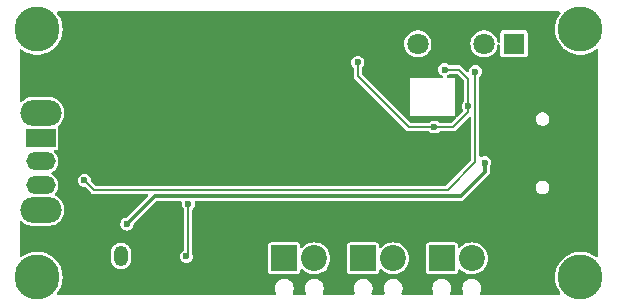
<source format=gbr>
%TF.GenerationSoftware,KiCad,Pcbnew,8.0.9-8.0.9-0~ubuntu22.04.1*%
%TF.CreationDate,2025-07-15T10:59:45-04:00*%
%TF.ProjectId,schematics,73636865-6d61-4746-9963-732e6b696361,rev?*%
%TF.SameCoordinates,Original*%
%TF.FileFunction,Copper,L2,Bot*%
%TF.FilePolarity,Positive*%
%FSLAX46Y46*%
G04 Gerber Fmt 4.6, Leading zero omitted, Abs format (unit mm)*
G04 Created by KiCad (PCBNEW 8.0.9-8.0.9-0~ubuntu22.04.1) date 2025-07-15 10:59:45*
%MOMM*%
%LPD*%
G01*
G04 APERTURE LIST*
G04 Aperture macros list*
%AMRoundRect*
0 Rectangle with rounded corners*
0 $1 Rounding radius*
0 $2 $3 $4 $5 $6 $7 $8 $9 X,Y pos of 4 corners*
0 Add a 4 corners polygon primitive as box body*
4,1,4,$2,$3,$4,$5,$6,$7,$8,$9,$2,$3,0*
0 Add four circle primitives for the rounded corners*
1,1,$1+$1,$2,$3*
1,1,$1+$1,$4,$5*
1,1,$1+$1,$6,$7*
1,1,$1+$1,$8,$9*
0 Add four rect primitives between the rounded corners*
20,1,$1+$1,$2,$3,$4,$5,0*
20,1,$1+$1,$4,$5,$6,$7,0*
20,1,$1+$1,$6,$7,$8,$9,0*
20,1,$1+$1,$8,$9,$2,$3,0*%
G04 Aperture macros list end*
%TA.AperFunction,ComponentPad*%
%ADD10R,2.200000X2.200000*%
%TD*%
%TA.AperFunction,ComponentPad*%
%ADD11C,2.200000*%
%TD*%
%TA.AperFunction,ComponentPad*%
%ADD12C,3.800000*%
%TD*%
%TA.AperFunction,ComponentPad*%
%ADD13R,1.800000X1.800000*%
%TD*%
%TA.AperFunction,ComponentPad*%
%ADD14C,1.800000*%
%TD*%
%TA.AperFunction,ComponentPad*%
%ADD15RoundRect,0.250000X-0.350000X-0.625000X0.350000X-0.625000X0.350000X0.625000X-0.350000X0.625000X0*%
%TD*%
%TA.AperFunction,ComponentPad*%
%ADD16O,1.200000X1.750000*%
%TD*%
%TA.AperFunction,ComponentPad*%
%ADD17O,3.500000X2.200000*%
%TD*%
%TA.AperFunction,ComponentPad*%
%ADD18R,2.500000X1.500000*%
%TD*%
%TA.AperFunction,ComponentPad*%
%ADD19O,2.500000X1.500000*%
%TD*%
%TA.AperFunction,HeatsinkPad*%
%ADD20C,0.600000*%
%TD*%
%TA.AperFunction,ViaPad*%
%ADD21C,0.600000*%
%TD*%
%TA.AperFunction,Conductor*%
%ADD22C,0.200000*%
%TD*%
%TA.AperFunction,Conductor*%
%ADD23C,0.300000*%
%TD*%
G04 APERTURE END LIST*
D10*
%TO.P,J3,1,Pin_1*%
%TO.N,Net-(J3-Pin_1)*%
X154320000Y-96000000D03*
D11*
%TO.P,J3,2,Pin_2*%
%TO.N,+3V3*%
X156860000Y-96000000D03*
%TD*%
D12*
%TO.P,REF\u002A\u002A,1*%
%TO.N,N/C*%
X133400000Y-97599998D03*
%TD*%
%TO.P,REF\u002A\u002A,1*%
%TO.N,N/C*%
X133399999Y-76599997D03*
%TD*%
D10*
%TO.P,J5,1,Pin_1*%
%TO.N,Net-(J5-Pin_1)*%
X167660000Y-96000000D03*
D11*
%TO.P,J5,2,Pin_2*%
%TO.N,+3V3*%
X170200000Y-96000000D03*
%TD*%
D10*
%TO.P,J4,1,Pin_1*%
%TO.N,Net-(J4-Pin_1)*%
X161000000Y-96000000D03*
D11*
%TO.P,J4,2,Pin_2*%
%TO.N,+3V3*%
X163540000Y-96000000D03*
%TD*%
D13*
%TO.P,D1,1,K*%
%TO.N,Net-(D1-K)*%
X173770000Y-77835000D03*
D14*
%TO.P,D1,2,A*%
%TO.N,+5V*%
X171230000Y-77835000D03*
%TD*%
D12*
%TO.P,REF\u002A\u002A,1*%
%TO.N,N/C*%
X179400000Y-97599998D03*
%TD*%
%TO.P,REF\u002A\u002A,1*%
%TO.N,N/C*%
X179400000Y-76599998D03*
%TD*%
D15*
%TO.P,J2,1,Pin_1*%
%TO.N,GND*%
X138500000Y-95800000D03*
D16*
%TO.P,J2,2,Pin_2*%
%TO.N,Net-(J2-Pin_2)*%
X140500000Y-95800000D03*
%TD*%
D17*
%TO.P,SW1,*%
%TO.N,*%
X133700000Y-83700000D03*
X133700000Y-91900000D03*
D18*
%TO.P,SW1,1,A*%
%TO.N,Net-(SW1-A)*%
X133700000Y-85800000D03*
D19*
%TO.P,SW1,2,B*%
%TO.N,Net-(J2-Pin_2)*%
X133700000Y-87800000D03*
%TO.P,SW1,3,C*%
%TO.N,unconnected-(SW1-C-Pad3)*%
X133700000Y-89800000D03*
%TD*%
D13*
%TO.P,D2,1,K*%
%TO.N,GND*%
X168170000Y-77835000D03*
D14*
%TO.P,D2,2,A*%
%TO.N,Net-(D2-A)*%
X165630000Y-77835000D03*
%TD*%
D20*
%TO.P,U1,19,GND*%
%TO.N,GND*%
X149910000Y-81350000D03*
X149910000Y-82450000D03*
X150460000Y-80800000D03*
X150460000Y-81900000D03*
X150460000Y-83000000D03*
X151010000Y-81350000D03*
X151010000Y-82450000D03*
X151560000Y-80800000D03*
X151560000Y-81900000D03*
X151560000Y-83000000D03*
X152110000Y-81350000D03*
X152110000Y-82450000D03*
%TD*%
D21*
%TO.N,GND*%
X144950000Y-87900000D03*
X138500000Y-78100000D03*
X167500000Y-87850000D03*
X136500000Y-76000000D03*
X144950000Y-80700000D03*
%TO.N,+3V3*%
X167025000Y-84875000D03*
X146022452Y-95840761D03*
X160550000Y-79400000D03*
X167900000Y-80012648D03*
X169900000Y-83100000D03*
X146200000Y-91400000D03*
%TO.N,+5V*%
X171300000Y-87900000D03*
X141000000Y-93100000D03*
%TO.N,Net-(U4-~{CHRG})*%
X137400000Y-89400000D03*
X170500000Y-80200000D03*
%TD*%
D22*
%TO.N,+3V3*%
X167025000Y-84875000D02*
X164850000Y-84875000D01*
X164850000Y-84875000D02*
X160550000Y-80575000D01*
X168625000Y-84875000D02*
X169900000Y-83600000D01*
X167025000Y-84875000D02*
X168625000Y-84875000D01*
X160550000Y-80575000D02*
X160550000Y-79400000D01*
X146022452Y-95840761D02*
X146200000Y-95663213D01*
X169900000Y-83100000D02*
X169900000Y-80800000D01*
X169900000Y-83600000D02*
X169900000Y-83100000D01*
X146200000Y-95663213D02*
X146200000Y-91400000D01*
X169900000Y-80800000D02*
X169112648Y-80012648D01*
X169112648Y-80012648D02*
X167900000Y-80012648D01*
D23*
%TO.N,+5V*%
X143350000Y-90750000D02*
X169250000Y-90750000D01*
X169250000Y-90750000D02*
X171300000Y-88700000D01*
X171300000Y-88700000D02*
X171300000Y-87900000D01*
X141000000Y-93100000D02*
X143350000Y-90750000D01*
D22*
%TO.N,Net-(U4-~{CHRG})*%
X138200000Y-90200000D02*
X137400000Y-89400000D01*
X170500000Y-80200000D02*
X170500000Y-87851471D01*
X170500000Y-87851471D02*
X168151471Y-90200000D01*
X168151471Y-90200000D02*
X138200000Y-90200000D01*
%TD*%
%TA.AperFunction,Conductor*%
%TO.N,GND*%
G36*
X177663936Y-75105971D02*
G01*
X177709691Y-75158775D01*
X177719635Y-75227933D01*
X177698201Y-75281794D01*
X177558282Y-75480014D01*
X177558278Y-75480020D01*
X177422927Y-75741235D01*
X177324409Y-76018438D01*
X177324404Y-76018454D01*
X177264552Y-76306484D01*
X177264551Y-76306486D01*
X177244475Y-76599998D01*
X177264551Y-76893509D01*
X177264552Y-76893511D01*
X177324404Y-77181541D01*
X177324409Y-77181557D01*
X177422927Y-77458760D01*
X177558278Y-77719975D01*
X177558282Y-77719981D01*
X177727932Y-77960321D01*
X177928743Y-78175336D01*
X178023454Y-78252389D01*
X178156951Y-78360997D01*
X178156953Y-78360998D01*
X178156954Y-78360999D01*
X178408319Y-78513858D01*
X178408324Y-78513860D01*
X178637506Y-78613407D01*
X178678159Y-78631065D01*
X178961445Y-78710438D01*
X179217681Y-78745657D01*
X179252901Y-78750498D01*
X179252902Y-78750498D01*
X179547099Y-78750498D01*
X179578520Y-78746178D01*
X179838555Y-78710438D01*
X180121841Y-78631065D01*
X180391682Y-78513857D01*
X180643049Y-78360997D01*
X180711459Y-78305340D01*
X180775885Y-78278303D01*
X180844702Y-78290388D01*
X180896060Y-78337760D01*
X180913714Y-78401529D01*
X180913714Y-95798466D01*
X180894029Y-95865505D01*
X180841225Y-95911260D01*
X180772067Y-95921204D01*
X180711460Y-95894655D01*
X180675629Y-95865505D01*
X180643049Y-95838999D01*
X180630671Y-95831472D01*
X180391680Y-95686137D01*
X180391675Y-95686135D01*
X180121845Y-95568932D01*
X179838560Y-95489559D01*
X179838556Y-95489558D01*
X179838555Y-95489558D01*
X179692826Y-95469528D01*
X179547099Y-95449498D01*
X179547098Y-95449498D01*
X179252902Y-95449498D01*
X179252901Y-95449498D01*
X178961445Y-95489558D01*
X178961439Y-95489559D01*
X178678154Y-95568932D01*
X178408324Y-95686135D01*
X178408319Y-95686137D01*
X178156954Y-95838996D01*
X177928743Y-96024659D01*
X177727932Y-96239674D01*
X177558282Y-96480014D01*
X177558278Y-96480020D01*
X177422927Y-96741235D01*
X177324409Y-97018438D01*
X177324404Y-97018454D01*
X177264552Y-97306484D01*
X177264551Y-97306486D01*
X177244475Y-97599998D01*
X177264551Y-97893509D01*
X177264552Y-97893511D01*
X177324404Y-98181541D01*
X177324409Y-98181557D01*
X177422927Y-98458760D01*
X177558277Y-98719973D01*
X177678138Y-98889778D01*
X177700716Y-98955899D01*
X177683962Y-99023730D01*
X177633196Y-99071736D01*
X177576833Y-99085286D01*
X171026170Y-99085286D01*
X170959131Y-99065601D01*
X170913376Y-99012797D01*
X170903432Y-98943639D01*
X170911609Y-98913834D01*
X170969735Y-98773501D01*
X170969737Y-98773497D01*
X171000500Y-98618842D01*
X171000500Y-98461158D01*
X171000500Y-98461155D01*
X171000499Y-98461153D01*
X170969738Y-98306510D01*
X170969737Y-98306503D01*
X170969735Y-98306498D01*
X170909397Y-98160827D01*
X170909390Y-98160814D01*
X170821789Y-98029711D01*
X170821786Y-98029707D01*
X170710292Y-97918213D01*
X170710288Y-97918210D01*
X170579185Y-97830609D01*
X170579172Y-97830602D01*
X170433501Y-97770264D01*
X170433489Y-97770261D01*
X170278845Y-97739500D01*
X170278842Y-97739500D01*
X170121158Y-97739500D01*
X170121155Y-97739500D01*
X169966510Y-97770261D01*
X169966498Y-97770264D01*
X169820827Y-97830602D01*
X169820814Y-97830609D01*
X169689711Y-97918210D01*
X169689707Y-97918213D01*
X169578213Y-98029707D01*
X169578210Y-98029711D01*
X169490609Y-98160814D01*
X169490602Y-98160827D01*
X169430264Y-98306498D01*
X169430261Y-98306510D01*
X169399500Y-98461153D01*
X169399500Y-98618846D01*
X169430261Y-98773489D01*
X169430264Y-98773501D01*
X169488391Y-98913834D01*
X169495860Y-98983304D01*
X169464584Y-99045782D01*
X169404495Y-99081434D01*
X169373830Y-99085286D01*
X168486170Y-99085286D01*
X168419131Y-99065601D01*
X168373376Y-99012797D01*
X168363432Y-98943639D01*
X168371609Y-98913834D01*
X168429735Y-98773501D01*
X168429737Y-98773497D01*
X168460500Y-98618842D01*
X168460500Y-98461158D01*
X168460500Y-98461155D01*
X168460499Y-98461153D01*
X168429738Y-98306510D01*
X168429737Y-98306503D01*
X168429735Y-98306498D01*
X168369397Y-98160827D01*
X168369390Y-98160814D01*
X168281789Y-98029711D01*
X168281786Y-98029707D01*
X168170292Y-97918213D01*
X168170288Y-97918210D01*
X168039185Y-97830609D01*
X168039172Y-97830602D01*
X167893501Y-97770264D01*
X167893489Y-97770261D01*
X167738845Y-97739500D01*
X167738842Y-97739500D01*
X167581158Y-97739500D01*
X167581155Y-97739500D01*
X167426510Y-97770261D01*
X167426498Y-97770264D01*
X167280827Y-97830602D01*
X167280814Y-97830609D01*
X167149711Y-97918210D01*
X167149707Y-97918213D01*
X167038213Y-98029707D01*
X167038210Y-98029711D01*
X166950609Y-98160814D01*
X166950602Y-98160827D01*
X166890264Y-98306498D01*
X166890261Y-98306510D01*
X166859500Y-98461153D01*
X166859500Y-98618846D01*
X166890261Y-98773489D01*
X166890264Y-98773501D01*
X166948391Y-98913834D01*
X166955860Y-98983304D01*
X166924584Y-99045782D01*
X166864495Y-99081434D01*
X166833830Y-99085286D01*
X164366170Y-99085286D01*
X164299131Y-99065601D01*
X164253376Y-99012797D01*
X164243432Y-98943639D01*
X164251609Y-98913834D01*
X164309735Y-98773501D01*
X164309737Y-98773497D01*
X164340500Y-98618842D01*
X164340500Y-98461158D01*
X164340500Y-98461155D01*
X164340499Y-98461153D01*
X164309738Y-98306510D01*
X164309737Y-98306503D01*
X164309735Y-98306498D01*
X164249397Y-98160827D01*
X164249390Y-98160814D01*
X164161789Y-98029711D01*
X164161786Y-98029707D01*
X164050292Y-97918213D01*
X164050288Y-97918210D01*
X163919185Y-97830609D01*
X163919172Y-97830602D01*
X163773501Y-97770264D01*
X163773489Y-97770261D01*
X163618845Y-97739500D01*
X163618842Y-97739500D01*
X163461158Y-97739500D01*
X163461155Y-97739500D01*
X163306510Y-97770261D01*
X163306498Y-97770264D01*
X163160827Y-97830602D01*
X163160814Y-97830609D01*
X163029711Y-97918210D01*
X163029707Y-97918213D01*
X162918213Y-98029707D01*
X162918210Y-98029711D01*
X162830609Y-98160814D01*
X162830602Y-98160827D01*
X162770264Y-98306498D01*
X162770261Y-98306510D01*
X162739500Y-98461153D01*
X162739500Y-98618846D01*
X162770261Y-98773489D01*
X162770264Y-98773501D01*
X162828391Y-98913834D01*
X162835860Y-98983304D01*
X162804584Y-99045782D01*
X162744495Y-99081434D01*
X162713830Y-99085286D01*
X161826170Y-99085286D01*
X161759131Y-99065601D01*
X161713376Y-99012797D01*
X161703432Y-98943639D01*
X161711609Y-98913834D01*
X161769735Y-98773501D01*
X161769737Y-98773497D01*
X161800500Y-98618842D01*
X161800500Y-98461158D01*
X161800500Y-98461155D01*
X161800499Y-98461153D01*
X161769738Y-98306510D01*
X161769737Y-98306503D01*
X161769735Y-98306498D01*
X161709397Y-98160827D01*
X161709390Y-98160814D01*
X161621789Y-98029711D01*
X161621786Y-98029707D01*
X161510292Y-97918213D01*
X161510288Y-97918210D01*
X161379185Y-97830609D01*
X161379172Y-97830602D01*
X161233501Y-97770264D01*
X161233489Y-97770261D01*
X161078845Y-97739500D01*
X161078842Y-97739500D01*
X160921158Y-97739500D01*
X160921155Y-97739500D01*
X160766510Y-97770261D01*
X160766498Y-97770264D01*
X160620827Y-97830602D01*
X160620814Y-97830609D01*
X160489711Y-97918210D01*
X160489707Y-97918213D01*
X160378213Y-98029707D01*
X160378210Y-98029711D01*
X160290609Y-98160814D01*
X160290602Y-98160827D01*
X160230264Y-98306498D01*
X160230261Y-98306510D01*
X160199500Y-98461153D01*
X160199500Y-98618846D01*
X160230261Y-98773489D01*
X160230264Y-98773501D01*
X160288391Y-98913834D01*
X160295860Y-98983304D01*
X160264584Y-99045782D01*
X160204495Y-99081434D01*
X160173830Y-99085286D01*
X157686170Y-99085286D01*
X157619131Y-99065601D01*
X157573376Y-99012797D01*
X157563432Y-98943639D01*
X157571609Y-98913834D01*
X157629735Y-98773501D01*
X157629737Y-98773497D01*
X157660500Y-98618842D01*
X157660500Y-98461158D01*
X157660500Y-98461155D01*
X157660499Y-98461153D01*
X157629738Y-98306510D01*
X157629737Y-98306503D01*
X157629735Y-98306498D01*
X157569397Y-98160827D01*
X157569390Y-98160814D01*
X157481789Y-98029711D01*
X157481786Y-98029707D01*
X157370292Y-97918213D01*
X157370288Y-97918210D01*
X157239185Y-97830609D01*
X157239172Y-97830602D01*
X157093501Y-97770264D01*
X157093489Y-97770261D01*
X156938845Y-97739500D01*
X156938842Y-97739500D01*
X156781158Y-97739500D01*
X156781155Y-97739500D01*
X156626510Y-97770261D01*
X156626498Y-97770264D01*
X156480827Y-97830602D01*
X156480814Y-97830609D01*
X156349711Y-97918210D01*
X156349707Y-97918213D01*
X156238213Y-98029707D01*
X156238210Y-98029711D01*
X156150609Y-98160814D01*
X156150602Y-98160827D01*
X156090264Y-98306498D01*
X156090261Y-98306510D01*
X156059500Y-98461153D01*
X156059500Y-98618846D01*
X156090261Y-98773489D01*
X156090264Y-98773501D01*
X156148391Y-98913834D01*
X156155860Y-98983304D01*
X156124584Y-99045782D01*
X156064495Y-99081434D01*
X156033830Y-99085286D01*
X155146170Y-99085286D01*
X155079131Y-99065601D01*
X155033376Y-99012797D01*
X155023432Y-98943639D01*
X155031609Y-98913834D01*
X155089735Y-98773501D01*
X155089737Y-98773497D01*
X155120500Y-98618842D01*
X155120500Y-98461158D01*
X155120500Y-98461155D01*
X155120499Y-98461153D01*
X155089738Y-98306510D01*
X155089737Y-98306503D01*
X155089735Y-98306498D01*
X155029397Y-98160827D01*
X155029390Y-98160814D01*
X154941789Y-98029711D01*
X154941786Y-98029707D01*
X154830292Y-97918213D01*
X154830288Y-97918210D01*
X154699185Y-97830609D01*
X154699172Y-97830602D01*
X154553501Y-97770264D01*
X154553489Y-97770261D01*
X154398845Y-97739500D01*
X154398842Y-97739500D01*
X154241158Y-97739500D01*
X154241155Y-97739500D01*
X154086510Y-97770261D01*
X154086498Y-97770264D01*
X153940827Y-97830602D01*
X153940814Y-97830609D01*
X153809711Y-97918210D01*
X153809707Y-97918213D01*
X153698213Y-98029707D01*
X153698210Y-98029711D01*
X153610609Y-98160814D01*
X153610602Y-98160827D01*
X153550264Y-98306498D01*
X153550261Y-98306510D01*
X153519500Y-98461153D01*
X153519500Y-98618846D01*
X153550261Y-98773489D01*
X153550264Y-98773501D01*
X153608391Y-98913834D01*
X153615860Y-98983304D01*
X153584584Y-99045782D01*
X153524495Y-99081434D01*
X153493830Y-99085286D01*
X135223167Y-99085286D01*
X135156128Y-99065601D01*
X135110373Y-99012797D01*
X135100429Y-98943639D01*
X135121862Y-98889778D01*
X135162252Y-98832557D01*
X135241722Y-98719974D01*
X135377072Y-98458762D01*
X135475592Y-98181552D01*
X135475592Y-98181547D01*
X135475595Y-98181541D01*
X135530314Y-97918213D01*
X135535448Y-97893509D01*
X135555525Y-97599998D01*
X135535448Y-97306487D01*
X135497668Y-97124678D01*
X135475595Y-97018454D01*
X135475590Y-97018438D01*
X135430944Y-96892815D01*
X135377072Y-96741234D01*
X135241722Y-96480022D01*
X135241721Y-96480020D01*
X135241717Y-96480014D01*
X135072067Y-96239674D01*
X135005130Y-96168002D01*
X134871260Y-96024663D01*
X134871258Y-96024662D01*
X134871256Y-96024659D01*
X134675629Y-95865505D01*
X134643049Y-95838999D01*
X134643047Y-95838998D01*
X134643045Y-95838996D01*
X134391680Y-95686137D01*
X134391675Y-95686135D01*
X134121845Y-95568932D01*
X133838560Y-95489559D01*
X133838556Y-95489558D01*
X133838555Y-95489558D01*
X133692826Y-95469528D01*
X133547099Y-95449498D01*
X133547098Y-95449498D01*
X133252902Y-95449498D01*
X133252901Y-95449498D01*
X132961445Y-95489558D01*
X132961439Y-95489559D01*
X132678154Y-95568932D01*
X132408324Y-95686135D01*
X132408319Y-95686137D01*
X132156954Y-95838996D01*
X132116969Y-95871527D01*
X132052543Y-95898565D01*
X131983726Y-95886480D01*
X131932368Y-95839108D01*
X131914714Y-95775339D01*
X131914714Y-95441228D01*
X139649500Y-95441228D01*
X139649500Y-96158771D01*
X139682182Y-96323074D01*
X139682184Y-96323082D01*
X139746295Y-96477860D01*
X139839373Y-96617162D01*
X139957837Y-96735626D01*
X139966232Y-96741235D01*
X140097137Y-96828703D01*
X140251918Y-96892816D01*
X140416228Y-96925499D01*
X140416232Y-96925500D01*
X140416233Y-96925500D01*
X140583768Y-96925500D01*
X140583769Y-96925499D01*
X140748082Y-96892816D01*
X140902863Y-96828703D01*
X141042162Y-96735626D01*
X141160626Y-96617162D01*
X141253703Y-96477863D01*
X141317816Y-96323082D01*
X141350500Y-96158767D01*
X141350500Y-95441233D01*
X141317816Y-95276918D01*
X141253703Y-95122137D01*
X141208543Y-95054551D01*
X141160626Y-94982837D01*
X141042162Y-94864373D01*
X140902860Y-94771295D01*
X140748082Y-94707184D01*
X140748074Y-94707182D01*
X140583771Y-94674500D01*
X140583767Y-94674500D01*
X140416233Y-94674500D01*
X140416228Y-94674500D01*
X140251925Y-94707182D01*
X140251917Y-94707184D01*
X140097139Y-94771295D01*
X139957837Y-94864373D01*
X139839373Y-94982837D01*
X139746295Y-95122139D01*
X139682184Y-95276917D01*
X139682182Y-95276925D01*
X139649500Y-95441228D01*
X131914714Y-95441228D01*
X131914714Y-92973972D01*
X131934399Y-92906933D01*
X131987203Y-92861178D01*
X132056361Y-92851234D01*
X132119917Y-92880259D01*
X132126395Y-92886291D01*
X132170213Y-92930109D01*
X132342179Y-93055048D01*
X132342181Y-93055049D01*
X132342184Y-93055051D01*
X132531588Y-93151557D01*
X132733757Y-93217246D01*
X132943713Y-93250500D01*
X132943714Y-93250500D01*
X134456286Y-93250500D01*
X134456287Y-93250500D01*
X134666243Y-93217246D01*
X134868412Y-93151557D01*
X135057816Y-93055051D01*
X135079789Y-93039086D01*
X135229786Y-92930109D01*
X135229788Y-92930106D01*
X135229792Y-92930104D01*
X135380104Y-92779792D01*
X135380106Y-92779788D01*
X135380109Y-92779786D01*
X135505048Y-92607820D01*
X135505047Y-92607820D01*
X135505051Y-92607816D01*
X135601557Y-92418412D01*
X135667246Y-92216243D01*
X135700500Y-92006287D01*
X135700500Y-91793713D01*
X135667246Y-91583757D01*
X135601557Y-91381588D01*
X135505051Y-91192184D01*
X135505049Y-91192181D01*
X135505048Y-91192179D01*
X135380109Y-91020213D01*
X135229786Y-90869890D01*
X135057819Y-90744951D01*
X135057818Y-90744950D01*
X135057816Y-90744949D01*
X134987331Y-90709035D01*
X134952954Y-90691519D01*
X134902158Y-90643544D01*
X134885363Y-90575723D01*
X134907901Y-90509588D01*
X134921562Y-90493358D01*
X134977139Y-90437782D01*
X135086632Y-90273914D01*
X135162051Y-90091835D01*
X135181997Y-89991560D01*
X135200500Y-89898543D01*
X135200500Y-89701456D01*
X135162052Y-89508170D01*
X135162051Y-89508169D01*
X135162051Y-89508165D01*
X135117248Y-89400000D01*
X136844750Y-89400000D01*
X136858990Y-89508165D01*
X136863670Y-89543708D01*
X136863671Y-89543712D01*
X136919137Y-89677622D01*
X136919138Y-89677624D01*
X136919139Y-89677625D01*
X137007379Y-89792621D01*
X137122375Y-89880861D01*
X137256291Y-89936330D01*
X137400000Y-89955250D01*
X137408129Y-89955250D01*
X137408129Y-89958828D01*
X137460970Y-89967031D01*
X137495878Y-89991560D01*
X137984788Y-90480470D01*
X138064135Y-90526281D01*
X138064712Y-90526614D01*
X138153856Y-90550500D01*
X142683745Y-90550500D01*
X142750784Y-90570185D01*
X142796539Y-90622989D01*
X142806483Y-90692147D01*
X142777458Y-90755703D01*
X142771426Y-90762181D01*
X141016930Y-92516675D01*
X140955607Y-92550160D01*
X140945436Y-92551933D01*
X140856289Y-92563670D01*
X140722377Y-92619137D01*
X140607379Y-92707379D01*
X140519137Y-92822377D01*
X140463671Y-92956287D01*
X140463670Y-92956291D01*
X140445979Y-93090668D01*
X140444750Y-93100000D01*
X140451537Y-93151555D01*
X140463670Y-93243708D01*
X140463671Y-93243712D01*
X140519137Y-93377622D01*
X140519138Y-93377624D01*
X140519139Y-93377625D01*
X140607379Y-93492621D01*
X140722375Y-93580861D01*
X140856291Y-93636330D01*
X140983280Y-93653048D01*
X140999999Y-93655250D01*
X141000000Y-93655250D01*
X141000001Y-93655250D01*
X141014977Y-93653278D01*
X141143709Y-93636330D01*
X141277625Y-93580861D01*
X141392621Y-93492621D01*
X141480861Y-93377625D01*
X141536330Y-93243709D01*
X141548066Y-93154562D01*
X141576331Y-93090668D01*
X141583311Y-93083080D01*
X143479574Y-91186819D01*
X143540897Y-91153334D01*
X143567255Y-91150500D01*
X145536203Y-91150500D01*
X145603242Y-91170185D01*
X145648997Y-91222989D01*
X145659142Y-91290686D01*
X145644750Y-91399999D01*
X145644750Y-91400000D01*
X145663670Y-91543708D01*
X145663671Y-91543712D01*
X145719138Y-91677623D01*
X145719139Y-91677625D01*
X145807380Y-91792623D01*
X145813126Y-91798369D01*
X145810574Y-91800920D01*
X145842091Y-91843873D01*
X145849500Y-91886092D01*
X145849500Y-95233688D01*
X145829815Y-95300727D01*
X145777011Y-95346482D01*
X145772954Y-95348248D01*
X145744833Y-95359896D01*
X145744830Y-95359897D01*
X145629831Y-95448140D01*
X145541589Y-95563138D01*
X145486123Y-95697048D01*
X145486122Y-95697052D01*
X145467420Y-95839108D01*
X145467202Y-95840761D01*
X145471252Y-95871527D01*
X145486122Y-95984469D01*
X145486123Y-95984473D01*
X145541589Y-96118383D01*
X145541590Y-96118385D01*
X145541591Y-96118386D01*
X145629831Y-96233382D01*
X145744827Y-96321622D01*
X145744828Y-96321622D01*
X145744829Y-96321623D01*
X145789465Y-96340111D01*
X145878743Y-96377091D01*
X146005732Y-96393809D01*
X146022451Y-96396011D01*
X146022452Y-96396011D01*
X146022453Y-96396011D01*
X146037429Y-96394039D01*
X146166161Y-96377091D01*
X146300077Y-96321622D01*
X146415073Y-96233382D01*
X146503313Y-96118386D01*
X146558782Y-95984470D01*
X146577702Y-95840761D01*
X146558782Y-95697052D01*
X146558780Y-95697048D01*
X146556679Y-95689204D01*
X146557762Y-95688913D01*
X146550500Y-95652393D01*
X146550500Y-94875321D01*
X152969500Y-94875321D01*
X152969500Y-97124678D01*
X152984032Y-97197735D01*
X152984033Y-97197739D01*
X152984034Y-97197740D01*
X153039399Y-97280601D01*
X153120906Y-97335061D01*
X153122260Y-97335966D01*
X153122264Y-97335967D01*
X153195321Y-97350499D01*
X153195324Y-97350500D01*
X153195326Y-97350500D01*
X155444676Y-97350500D01*
X155444677Y-97350499D01*
X155517740Y-97335966D01*
X155600601Y-97280601D01*
X155655966Y-97197740D01*
X155670500Y-97124674D01*
X155670500Y-97019758D01*
X155690185Y-96952719D01*
X155742989Y-96906964D01*
X155812147Y-96897020D01*
X155875703Y-96926045D01*
X155882181Y-96932077D01*
X155988599Y-97038495D01*
X156085384Y-97106265D01*
X156182165Y-97174032D01*
X156182167Y-97174033D01*
X156182170Y-97174035D01*
X156396337Y-97273903D01*
X156396343Y-97273904D01*
X156396344Y-97273905D01*
X156451285Y-97288626D01*
X156624592Y-97335063D01*
X156801034Y-97350500D01*
X156859999Y-97355659D01*
X156860000Y-97355659D01*
X156860001Y-97355659D01*
X156918966Y-97350500D01*
X157095408Y-97335063D01*
X157323663Y-97273903D01*
X157537830Y-97174035D01*
X157731401Y-97038495D01*
X157898495Y-96871401D01*
X158034035Y-96677830D01*
X158133903Y-96463663D01*
X158195063Y-96235408D01*
X158215659Y-96000000D01*
X158195063Y-95764592D01*
X158133903Y-95536337D01*
X158034035Y-95322171D01*
X158030095Y-95316543D01*
X157898494Y-95128597D01*
X157731402Y-94961506D01*
X157731395Y-94961501D01*
X157608318Y-94875321D01*
X159649500Y-94875321D01*
X159649500Y-97124678D01*
X159664032Y-97197735D01*
X159664033Y-97197739D01*
X159664034Y-97197740D01*
X159719399Y-97280601D01*
X159800906Y-97335061D01*
X159802260Y-97335966D01*
X159802264Y-97335967D01*
X159875321Y-97350499D01*
X159875324Y-97350500D01*
X159875326Y-97350500D01*
X162124676Y-97350500D01*
X162124677Y-97350499D01*
X162197740Y-97335966D01*
X162280601Y-97280601D01*
X162335966Y-97197740D01*
X162350500Y-97124674D01*
X162350500Y-97019758D01*
X162370185Y-96952719D01*
X162422989Y-96906964D01*
X162492147Y-96897020D01*
X162555703Y-96926045D01*
X162562181Y-96932077D01*
X162668599Y-97038495D01*
X162765384Y-97106265D01*
X162862165Y-97174032D01*
X162862167Y-97174033D01*
X162862170Y-97174035D01*
X163076337Y-97273903D01*
X163076343Y-97273904D01*
X163076344Y-97273905D01*
X163131285Y-97288626D01*
X163304592Y-97335063D01*
X163481034Y-97350500D01*
X163539999Y-97355659D01*
X163540000Y-97355659D01*
X163540001Y-97355659D01*
X163598966Y-97350500D01*
X163775408Y-97335063D01*
X164003663Y-97273903D01*
X164217830Y-97174035D01*
X164411401Y-97038495D01*
X164578495Y-96871401D01*
X164714035Y-96677830D01*
X164813903Y-96463663D01*
X164875063Y-96235408D01*
X164895659Y-96000000D01*
X164875063Y-95764592D01*
X164813903Y-95536337D01*
X164714035Y-95322171D01*
X164710095Y-95316543D01*
X164578494Y-95128597D01*
X164411402Y-94961506D01*
X164411395Y-94961501D01*
X164288318Y-94875321D01*
X166309500Y-94875321D01*
X166309500Y-97124678D01*
X166324032Y-97197735D01*
X166324033Y-97197739D01*
X166324034Y-97197740D01*
X166379399Y-97280601D01*
X166460906Y-97335061D01*
X166462260Y-97335966D01*
X166462264Y-97335967D01*
X166535321Y-97350499D01*
X166535324Y-97350500D01*
X166535326Y-97350500D01*
X168784676Y-97350500D01*
X168784677Y-97350499D01*
X168857740Y-97335966D01*
X168940601Y-97280601D01*
X168995966Y-97197740D01*
X169010500Y-97124674D01*
X169010500Y-97019758D01*
X169030185Y-96952719D01*
X169082989Y-96906964D01*
X169152147Y-96897020D01*
X169215703Y-96926045D01*
X169222181Y-96932077D01*
X169328599Y-97038495D01*
X169425384Y-97106265D01*
X169522165Y-97174032D01*
X169522167Y-97174033D01*
X169522170Y-97174035D01*
X169736337Y-97273903D01*
X169736343Y-97273904D01*
X169736344Y-97273905D01*
X169791285Y-97288626D01*
X169964592Y-97335063D01*
X170141034Y-97350500D01*
X170199999Y-97355659D01*
X170200000Y-97355659D01*
X170200001Y-97355659D01*
X170258966Y-97350500D01*
X170435408Y-97335063D01*
X170663663Y-97273903D01*
X170877830Y-97174035D01*
X171071401Y-97038495D01*
X171238495Y-96871401D01*
X171374035Y-96677830D01*
X171473903Y-96463663D01*
X171535063Y-96235408D01*
X171555659Y-96000000D01*
X171535063Y-95764592D01*
X171473903Y-95536337D01*
X171374035Y-95322171D01*
X171370095Y-95316543D01*
X171238494Y-95128597D01*
X171071402Y-94961506D01*
X171071395Y-94961501D01*
X170877834Y-94825967D01*
X170877830Y-94825965D01*
X170827003Y-94802264D01*
X170663663Y-94726097D01*
X170663659Y-94726096D01*
X170663655Y-94726094D01*
X170435413Y-94664938D01*
X170435403Y-94664936D01*
X170200001Y-94644341D01*
X170199999Y-94644341D01*
X169964596Y-94664936D01*
X169964586Y-94664938D01*
X169736344Y-94726094D01*
X169736335Y-94726098D01*
X169522171Y-94825964D01*
X169522169Y-94825965D01*
X169328597Y-94961505D01*
X169222181Y-95067922D01*
X169160858Y-95101407D01*
X169091166Y-95096423D01*
X169035233Y-95054551D01*
X169010816Y-94989087D01*
X169010500Y-94980241D01*
X169010500Y-94875323D01*
X169010499Y-94875321D01*
X168995967Y-94802264D01*
X168995966Y-94802260D01*
X168940601Y-94719399D01*
X168859093Y-94664938D01*
X168857739Y-94664033D01*
X168857735Y-94664032D01*
X168784677Y-94649500D01*
X168784674Y-94649500D01*
X166535326Y-94649500D01*
X166535323Y-94649500D01*
X166462264Y-94664032D01*
X166462260Y-94664033D01*
X166379399Y-94719399D01*
X166324033Y-94802260D01*
X166324032Y-94802264D01*
X166309500Y-94875321D01*
X164288318Y-94875321D01*
X164217834Y-94825967D01*
X164217830Y-94825965D01*
X164167003Y-94802264D01*
X164003663Y-94726097D01*
X164003659Y-94726096D01*
X164003655Y-94726094D01*
X163775413Y-94664938D01*
X163775403Y-94664936D01*
X163540001Y-94644341D01*
X163539999Y-94644341D01*
X163304596Y-94664936D01*
X163304586Y-94664938D01*
X163076344Y-94726094D01*
X163076335Y-94726098D01*
X162862171Y-94825964D01*
X162862169Y-94825965D01*
X162668597Y-94961505D01*
X162562181Y-95067922D01*
X162500858Y-95101407D01*
X162431166Y-95096423D01*
X162375233Y-95054551D01*
X162350816Y-94989087D01*
X162350500Y-94980241D01*
X162350500Y-94875323D01*
X162350499Y-94875321D01*
X162335967Y-94802264D01*
X162335966Y-94802260D01*
X162280601Y-94719399D01*
X162199093Y-94664938D01*
X162197739Y-94664033D01*
X162197735Y-94664032D01*
X162124677Y-94649500D01*
X162124674Y-94649500D01*
X159875326Y-94649500D01*
X159875323Y-94649500D01*
X159802264Y-94664032D01*
X159802260Y-94664033D01*
X159719399Y-94719399D01*
X159664033Y-94802260D01*
X159664032Y-94802264D01*
X159649500Y-94875321D01*
X157608318Y-94875321D01*
X157537834Y-94825967D01*
X157537830Y-94825965D01*
X157487003Y-94802264D01*
X157323663Y-94726097D01*
X157323659Y-94726096D01*
X157323655Y-94726094D01*
X157095413Y-94664938D01*
X157095403Y-94664936D01*
X156860001Y-94644341D01*
X156859999Y-94644341D01*
X156624596Y-94664936D01*
X156624586Y-94664938D01*
X156396344Y-94726094D01*
X156396335Y-94726098D01*
X156182171Y-94825964D01*
X156182169Y-94825965D01*
X155988597Y-94961505D01*
X155882181Y-95067922D01*
X155820858Y-95101407D01*
X155751166Y-95096423D01*
X155695233Y-95054551D01*
X155670816Y-94989087D01*
X155670500Y-94980241D01*
X155670500Y-94875323D01*
X155670499Y-94875321D01*
X155655967Y-94802264D01*
X155655966Y-94802260D01*
X155600601Y-94719399D01*
X155519093Y-94664938D01*
X155517739Y-94664033D01*
X155517735Y-94664032D01*
X155444677Y-94649500D01*
X155444674Y-94649500D01*
X153195326Y-94649500D01*
X153195323Y-94649500D01*
X153122264Y-94664032D01*
X153122260Y-94664033D01*
X153039399Y-94719399D01*
X152984033Y-94802260D01*
X152984032Y-94802264D01*
X152969500Y-94875321D01*
X146550500Y-94875321D01*
X146550500Y-91886092D01*
X146570185Y-91819053D01*
X146588114Y-91799609D01*
X146586874Y-91798369D01*
X146592619Y-91792623D01*
X146592621Y-91792621D01*
X146680861Y-91677625D01*
X146736330Y-91543709D01*
X146755250Y-91400000D01*
X146740858Y-91290685D01*
X146751623Y-91221651D01*
X146798003Y-91169395D01*
X146863797Y-91150500D01*
X169302725Y-91150500D01*
X169302727Y-91150500D01*
X169404588Y-91123207D01*
X169495913Y-91070480D01*
X170652159Y-89914234D01*
X175619500Y-89914234D01*
X175619500Y-90065766D01*
X175626485Y-90091835D01*
X175658719Y-90212136D01*
X175694383Y-90273907D01*
X175734485Y-90343365D01*
X175841635Y-90450515D01*
X175972865Y-90526281D01*
X176119234Y-90565500D01*
X176119236Y-90565500D01*
X176270764Y-90565500D01*
X176270766Y-90565500D01*
X176417135Y-90526281D01*
X176548365Y-90450515D01*
X176655515Y-90343365D01*
X176731281Y-90212135D01*
X176770500Y-90065766D01*
X176770500Y-89914234D01*
X176731281Y-89767865D01*
X176655515Y-89636635D01*
X176548365Y-89529485D01*
X176482750Y-89491602D01*
X176417136Y-89453719D01*
X176343950Y-89434109D01*
X176270766Y-89414500D01*
X176119234Y-89414500D01*
X175972863Y-89453719D01*
X175841635Y-89529485D01*
X175841632Y-89529487D01*
X175734487Y-89636632D01*
X175734485Y-89636635D01*
X175658719Y-89767863D01*
X175636845Y-89849500D01*
X175619500Y-89914234D01*
X170652159Y-89914234D01*
X171620480Y-88945913D01*
X171673207Y-88854588D01*
X171700500Y-88752727D01*
X171700500Y-88647273D01*
X171700500Y-88324444D01*
X171720185Y-88257405D01*
X171726125Y-88248957D01*
X171726126Y-88248956D01*
X171780861Y-88177625D01*
X171836330Y-88043709D01*
X171855250Y-87900000D01*
X171836330Y-87756291D01*
X171780861Y-87622375D01*
X171692621Y-87507379D01*
X171577625Y-87419139D01*
X171577624Y-87419138D01*
X171577622Y-87419137D01*
X171443712Y-87363671D01*
X171443710Y-87363670D01*
X171443709Y-87363670D01*
X171371854Y-87354210D01*
X171300001Y-87344750D01*
X171299999Y-87344750D01*
X171156291Y-87363670D01*
X171021951Y-87419314D01*
X170952482Y-87426782D01*
X170890003Y-87395506D01*
X170854351Y-87335417D01*
X170850500Y-87304752D01*
X170850500Y-84134234D01*
X175619500Y-84134234D01*
X175619500Y-84285765D01*
X175658719Y-84432136D01*
X175687730Y-84482384D01*
X175734485Y-84563365D01*
X175841635Y-84670515D01*
X175972865Y-84746281D01*
X176119234Y-84785500D01*
X176119236Y-84785500D01*
X176270764Y-84785500D01*
X176270766Y-84785500D01*
X176417135Y-84746281D01*
X176548365Y-84670515D01*
X176655515Y-84563365D01*
X176731281Y-84432135D01*
X176770500Y-84285766D01*
X176770500Y-84134234D01*
X176731281Y-83987865D01*
X176655515Y-83856635D01*
X176548365Y-83749485D01*
X176482750Y-83711602D01*
X176417136Y-83673719D01*
X176343950Y-83654109D01*
X176270766Y-83634500D01*
X176119234Y-83634500D01*
X175972863Y-83673719D01*
X175841635Y-83749485D01*
X175841632Y-83749487D01*
X175734487Y-83856632D01*
X175734485Y-83856635D01*
X175658719Y-83987863D01*
X175619500Y-84134234D01*
X170850500Y-84134234D01*
X170850500Y-80686092D01*
X170870185Y-80619053D01*
X170888114Y-80599609D01*
X170886874Y-80598369D01*
X170892619Y-80592623D01*
X170892621Y-80592621D01*
X170980861Y-80477625D01*
X171036330Y-80343709D01*
X171055250Y-80200000D01*
X171036330Y-80056291D01*
X170980861Y-79922375D01*
X170892621Y-79807379D01*
X170777625Y-79719139D01*
X170777624Y-79719138D01*
X170777622Y-79719137D01*
X170643712Y-79663671D01*
X170643710Y-79663670D01*
X170643709Y-79663670D01*
X170571854Y-79654210D01*
X170500001Y-79644750D01*
X170499999Y-79644750D01*
X170356291Y-79663670D01*
X170356287Y-79663671D01*
X170222377Y-79719137D01*
X170107379Y-79807379D01*
X170019137Y-79922377D01*
X169963671Y-80056287D01*
X169963670Y-80056291D01*
X169960228Y-80082433D01*
X169931960Y-80146329D01*
X169873634Y-80184799D01*
X169803769Y-80185629D01*
X169749608Y-80153926D01*
X169327861Y-79732179D01*
X169327856Y-79732175D01*
X169247939Y-79686035D01*
X169247935Y-79686033D01*
X169242574Y-79684597D01*
X169242574Y-79684596D01*
X169174124Y-79666256D01*
X169158792Y-79662148D01*
X169158791Y-79662148D01*
X168386092Y-79662148D01*
X168319053Y-79642463D01*
X168299587Y-79624561D01*
X168298372Y-79625777D01*
X168292627Y-79620032D01*
X168292621Y-79620027D01*
X168177625Y-79531787D01*
X168177624Y-79531786D01*
X168177622Y-79531785D01*
X168043712Y-79476319D01*
X168043710Y-79476318D01*
X168043709Y-79476318D01*
X167971854Y-79466858D01*
X167900001Y-79457398D01*
X167899999Y-79457398D01*
X167756291Y-79476318D01*
X167756287Y-79476319D01*
X167622377Y-79531785D01*
X167507379Y-79620027D01*
X167419137Y-79735025D01*
X167363671Y-79868935D01*
X167363670Y-79868939D01*
X167344750Y-80012647D01*
X167344750Y-80012648D01*
X167363670Y-80156356D01*
X167363671Y-80156360D01*
X167419137Y-80290270D01*
X167419138Y-80290272D01*
X167419139Y-80290273D01*
X167507379Y-80405269D01*
X167622375Y-80493509D01*
X167622376Y-80493509D01*
X167622377Y-80493510D01*
X167665662Y-80511439D01*
X167720066Y-80555279D01*
X167742131Y-80621573D01*
X167724852Y-80689273D01*
X167673715Y-80736884D01*
X167618210Y-80750000D01*
X164950000Y-80750000D01*
X164950000Y-83950000D01*
X168750000Y-83950000D01*
X168750000Y-80750000D01*
X168181790Y-80750000D01*
X168114751Y-80730315D01*
X168068996Y-80677511D01*
X168059052Y-80608353D01*
X168088077Y-80544797D01*
X168134338Y-80511439D01*
X168154092Y-80503256D01*
X168177625Y-80493509D01*
X168292621Y-80405269D01*
X168292623Y-80405265D01*
X168292627Y-80405263D01*
X168298372Y-80399519D01*
X168300888Y-80402035D01*
X168344183Y-80370445D01*
X168386092Y-80363148D01*
X168916104Y-80363148D01*
X168983143Y-80382833D01*
X169003785Y-80399467D01*
X169513181Y-80908863D01*
X169546666Y-80970186D01*
X169549500Y-80996544D01*
X169549500Y-82613908D01*
X169529815Y-82680947D01*
X169511913Y-82700412D01*
X169513129Y-82701628D01*
X169507384Y-82707372D01*
X169419137Y-82822377D01*
X169363671Y-82956287D01*
X169363670Y-82956291D01*
X169358945Y-82992184D01*
X169344750Y-83100000D01*
X169355491Y-83181588D01*
X169363670Y-83243708D01*
X169363671Y-83243712D01*
X169419138Y-83377623D01*
X169419139Y-83377625D01*
X169443053Y-83408790D01*
X169468248Y-83473959D01*
X169454210Y-83542404D01*
X169432359Y-83571958D01*
X168961681Y-84042637D01*
X168900358Y-84076122D01*
X168875203Y-84074323D01*
X168877694Y-84091647D01*
X168848669Y-84155203D01*
X168842637Y-84161681D01*
X168516137Y-84488181D01*
X168454814Y-84521666D01*
X168428456Y-84524500D01*
X167511092Y-84524500D01*
X167444053Y-84504815D01*
X167424587Y-84486913D01*
X167423372Y-84488129D01*
X167417627Y-84482384D01*
X167417621Y-84482379D01*
X167302625Y-84394139D01*
X167302624Y-84394138D01*
X167302622Y-84394137D01*
X167168712Y-84338671D01*
X167168710Y-84338670D01*
X167168709Y-84338670D01*
X167096854Y-84329210D01*
X167025001Y-84319750D01*
X167024999Y-84319750D01*
X166881291Y-84338670D01*
X166881287Y-84338671D01*
X166747377Y-84394137D01*
X166632372Y-84482384D01*
X166626628Y-84488129D01*
X166624111Y-84485612D01*
X166580817Y-84517203D01*
X166538908Y-84524500D01*
X165046543Y-84524500D01*
X164979504Y-84504815D01*
X164958862Y-84488181D01*
X160936819Y-80466137D01*
X160903334Y-80404814D01*
X160900500Y-80378456D01*
X160900500Y-79886092D01*
X160920185Y-79819053D01*
X160938114Y-79799609D01*
X160936874Y-79798369D01*
X160942619Y-79792623D01*
X160942621Y-79792621D01*
X161030861Y-79677625D01*
X161086330Y-79543709D01*
X161105250Y-79400000D01*
X161086330Y-79256291D01*
X161030861Y-79122375D01*
X160942621Y-79007379D01*
X160827625Y-78919139D01*
X160827624Y-78919138D01*
X160827622Y-78919137D01*
X160693712Y-78863671D01*
X160693710Y-78863670D01*
X160693709Y-78863670D01*
X160621854Y-78854210D01*
X160550001Y-78844750D01*
X160549999Y-78844750D01*
X160406291Y-78863670D01*
X160406287Y-78863671D01*
X160272377Y-78919137D01*
X160157379Y-79007379D01*
X160069137Y-79122377D01*
X160013671Y-79256287D01*
X160013670Y-79256291D01*
X159994750Y-79400000D01*
X160012100Y-79531787D01*
X160013670Y-79543708D01*
X160013671Y-79543712D01*
X160069138Y-79677623D01*
X160069139Y-79677625D01*
X160157380Y-79792623D01*
X160163126Y-79798369D01*
X160160574Y-79800920D01*
X160192091Y-79843873D01*
X160199500Y-79886092D01*
X160199500Y-80621145D01*
X160211173Y-80664711D01*
X160223384Y-80710283D01*
X160223387Y-80710290D01*
X160269527Y-80790208D01*
X160269529Y-80790211D01*
X160269530Y-80790212D01*
X164569531Y-85090212D01*
X164634788Y-85155469D01*
X164634791Y-85155470D01*
X164634794Y-85155473D01*
X164714706Y-85201611D01*
X164714707Y-85201611D01*
X164714712Y-85201614D01*
X164803856Y-85225500D01*
X166538908Y-85225500D01*
X166605947Y-85245185D01*
X166625412Y-85263086D01*
X166626628Y-85261871D01*
X166632372Y-85267615D01*
X166632377Y-85267619D01*
X166632379Y-85267621D01*
X166747375Y-85355861D01*
X166881291Y-85411330D01*
X167008280Y-85428048D01*
X167024999Y-85430250D01*
X167025000Y-85430250D01*
X167025001Y-85430250D01*
X167039977Y-85428278D01*
X167168709Y-85411330D01*
X167302625Y-85355861D01*
X167417621Y-85267621D01*
X167417623Y-85267617D01*
X167417627Y-85267615D01*
X167423372Y-85261871D01*
X167425888Y-85264387D01*
X167469183Y-85232797D01*
X167511092Y-85225500D01*
X168671142Y-85225500D01*
X168671144Y-85225500D01*
X168760288Y-85201614D01*
X168840212Y-85155470D01*
X169937819Y-84057861D01*
X169999142Y-84024377D01*
X170068834Y-84029361D01*
X170124767Y-84071233D01*
X170149184Y-84136697D01*
X170149500Y-84145543D01*
X170149500Y-87654927D01*
X170129815Y-87721966D01*
X170113181Y-87742608D01*
X168042608Y-89813181D01*
X167981285Y-89846666D01*
X167954927Y-89849500D01*
X138396544Y-89849500D01*
X138329505Y-89829815D01*
X138308863Y-89813181D01*
X137991560Y-89495878D01*
X137958075Y-89434555D01*
X137956983Y-89408129D01*
X137955250Y-89408129D01*
X137955250Y-89400000D01*
X137955250Y-89399999D01*
X137936330Y-89256291D01*
X137880861Y-89122375D01*
X137792621Y-89007379D01*
X137677625Y-88919139D01*
X137677624Y-88919138D01*
X137677622Y-88919137D01*
X137543712Y-88863671D01*
X137543710Y-88863670D01*
X137543709Y-88863670D01*
X137471854Y-88854210D01*
X137400001Y-88844750D01*
X137399999Y-88844750D01*
X137256291Y-88863670D01*
X137256287Y-88863671D01*
X137122377Y-88919137D01*
X137007379Y-89007379D01*
X136919137Y-89122377D01*
X136863671Y-89256287D01*
X136863670Y-89256291D01*
X136844750Y-89400000D01*
X135117248Y-89400000D01*
X135117248Y-89399999D01*
X135086635Y-89326092D01*
X135086628Y-89326079D01*
X134977139Y-89162218D01*
X134977136Y-89162214D01*
X134837785Y-89022863D01*
X134837781Y-89022860D01*
X134673920Y-88913371D01*
X134668544Y-88910498D01*
X134669510Y-88908689D01*
X134622397Y-88870728D01*
X134600326Y-88804436D01*
X134617600Y-88736735D01*
X134668734Y-88689121D01*
X134672331Y-88687477D01*
X134673907Y-88686634D01*
X134673914Y-88686632D01*
X134837782Y-88577139D01*
X134977139Y-88437782D01*
X135086632Y-88273914D01*
X135162051Y-88091835D01*
X135200500Y-87898541D01*
X135200500Y-87701459D01*
X135200500Y-87701456D01*
X135162052Y-87508170D01*
X135162051Y-87508169D01*
X135162051Y-87508165D01*
X135162049Y-87508160D01*
X135086635Y-87326092D01*
X135086628Y-87326079D01*
X134977139Y-87162218D01*
X134977136Y-87162214D01*
X134837787Y-87022865D01*
X134834725Y-87020352D01*
X134833552Y-87018630D01*
X134833475Y-87018553D01*
X134833489Y-87018538D01*
X134795392Y-86962605D01*
X134793523Y-86892761D01*
X134829711Y-86832993D01*
X134892468Y-86802278D01*
X134913392Y-86800500D01*
X134974676Y-86800500D01*
X134974677Y-86800499D01*
X135047740Y-86785966D01*
X135130601Y-86730601D01*
X135185966Y-86647740D01*
X135200500Y-86574674D01*
X135200500Y-85025326D01*
X135200500Y-85025323D01*
X135200499Y-85025321D01*
X135185967Y-84952264D01*
X135185966Y-84952261D01*
X135185966Y-84952260D01*
X135185964Y-84952258D01*
X135185964Y-84952256D01*
X135166597Y-84923271D01*
X135145719Y-84856594D01*
X135164204Y-84789214D01*
X135196812Y-84754064D01*
X135229792Y-84730104D01*
X135380104Y-84579792D01*
X135380106Y-84579788D01*
X135380109Y-84579786D01*
X135505048Y-84407820D01*
X135505047Y-84407820D01*
X135505051Y-84407816D01*
X135601557Y-84218412D01*
X135667246Y-84016243D01*
X135700500Y-83806287D01*
X135700500Y-83593713D01*
X135667246Y-83383757D01*
X135601557Y-83181588D01*
X135505051Y-82992184D01*
X135505049Y-82992181D01*
X135505048Y-82992179D01*
X135380109Y-82820213D01*
X135229786Y-82669890D01*
X135057820Y-82544951D01*
X134868414Y-82448444D01*
X134868413Y-82448443D01*
X134868412Y-82448443D01*
X134666243Y-82382754D01*
X134666241Y-82382753D01*
X134666240Y-82382753D01*
X134504957Y-82357208D01*
X134456287Y-82349500D01*
X132943713Y-82349500D01*
X132895042Y-82357208D01*
X132733760Y-82382753D01*
X132531585Y-82448444D01*
X132342179Y-82544951D01*
X132170213Y-82669890D01*
X132170209Y-82669894D01*
X132126395Y-82713709D01*
X132065072Y-82747194D01*
X131995380Y-82742210D01*
X131939447Y-82700338D01*
X131915030Y-82634874D01*
X131914714Y-82626028D01*
X131914714Y-78424656D01*
X131934399Y-78357617D01*
X131987203Y-78311862D01*
X132056361Y-78301918D01*
X132116967Y-78328468D01*
X132143743Y-78350251D01*
X132156952Y-78360998D01*
X132408318Y-78513857D01*
X132408323Y-78513859D01*
X132637505Y-78613406D01*
X132678158Y-78631064D01*
X132961444Y-78710437D01*
X133217680Y-78745656D01*
X133252900Y-78750497D01*
X133252901Y-78750497D01*
X133547098Y-78750497D01*
X133578519Y-78746177D01*
X133838554Y-78710437D01*
X134121840Y-78631064D01*
X134391681Y-78513856D01*
X134643048Y-78360996D01*
X134871259Y-78175332D01*
X135072064Y-77960323D01*
X135160526Y-77835000D01*
X164474571Y-77835000D01*
X164494244Y-78047310D01*
X164517736Y-78129876D01*
X164552596Y-78252392D01*
X164552596Y-78252394D01*
X164647632Y-78443253D01*
X164700951Y-78513858D01*
X164776128Y-78613407D01*
X164933698Y-78757052D01*
X165114981Y-78869298D01*
X165313802Y-78946321D01*
X165523390Y-78985500D01*
X165523392Y-78985500D01*
X165736608Y-78985500D01*
X165736610Y-78985500D01*
X165946198Y-78946321D01*
X166145019Y-78869298D01*
X166326302Y-78757052D01*
X166483872Y-78613407D01*
X166612366Y-78443255D01*
X166669522Y-78328469D01*
X166707403Y-78252394D01*
X166707403Y-78252393D01*
X166707405Y-78252389D01*
X166765756Y-78047310D01*
X166785429Y-77835000D01*
X170074571Y-77835000D01*
X170094244Y-78047310D01*
X170117736Y-78129876D01*
X170152596Y-78252392D01*
X170152596Y-78252394D01*
X170247632Y-78443253D01*
X170300951Y-78513858D01*
X170376128Y-78613407D01*
X170533698Y-78757052D01*
X170714981Y-78869298D01*
X170913802Y-78946321D01*
X171123390Y-78985500D01*
X171123392Y-78985500D01*
X171336608Y-78985500D01*
X171336610Y-78985500D01*
X171546198Y-78946321D01*
X171745019Y-78869298D01*
X171926302Y-78757052D01*
X172083872Y-78613407D01*
X172212366Y-78443255D01*
X172269522Y-78328469D01*
X172307403Y-78252394D01*
X172307403Y-78252393D01*
X172307405Y-78252389D01*
X172365756Y-78047310D01*
X172372029Y-77979611D01*
X172397815Y-77914675D01*
X172454615Y-77873987D01*
X172524396Y-77870467D01*
X172585003Y-77905232D01*
X172617193Y-77967245D01*
X172619500Y-77991053D01*
X172619500Y-78759678D01*
X172634032Y-78832735D01*
X172634033Y-78832739D01*
X172634034Y-78832740D01*
X172689399Y-78915601D01*
X172735373Y-78946319D01*
X172772260Y-78970966D01*
X172772264Y-78970967D01*
X172845321Y-78985499D01*
X172845324Y-78985500D01*
X172845326Y-78985500D01*
X174694676Y-78985500D01*
X174694677Y-78985499D01*
X174767740Y-78970966D01*
X174850601Y-78915601D01*
X174905966Y-78832740D01*
X174920500Y-78759674D01*
X174920500Y-76910326D01*
X174920500Y-76910323D01*
X174920499Y-76910321D01*
X174905967Y-76837264D01*
X174905966Y-76837260D01*
X174881538Y-76800701D01*
X174850601Y-76754399D01*
X174767740Y-76699034D01*
X174767739Y-76699033D01*
X174767735Y-76699032D01*
X174694677Y-76684500D01*
X174694674Y-76684500D01*
X172845326Y-76684500D01*
X172845323Y-76684500D01*
X172772264Y-76699032D01*
X172772260Y-76699033D01*
X172689399Y-76754399D01*
X172634033Y-76837260D01*
X172634032Y-76837264D01*
X172619500Y-76910321D01*
X172619500Y-77678946D01*
X172599815Y-77745985D01*
X172547011Y-77791740D01*
X172477853Y-77801684D01*
X172414297Y-77772659D01*
X172376523Y-77713881D01*
X172372029Y-77690387D01*
X172370969Y-77678946D01*
X172365756Y-77622690D01*
X172307405Y-77417611D01*
X172307403Y-77417606D01*
X172307403Y-77417605D01*
X172212367Y-77226746D01*
X172083872Y-77056593D01*
X171926302Y-76912948D01*
X171745019Y-76800702D01*
X171745017Y-76800701D01*
X171625496Y-76754399D01*
X171546198Y-76723679D01*
X171336610Y-76684500D01*
X171123390Y-76684500D01*
X170913802Y-76723679D01*
X170913799Y-76723679D01*
X170913799Y-76723680D01*
X170714982Y-76800701D01*
X170714980Y-76800702D01*
X170533699Y-76912947D01*
X170376127Y-77056593D01*
X170247632Y-77226746D01*
X170152596Y-77417605D01*
X170152596Y-77417607D01*
X170094244Y-77622689D01*
X170078580Y-77791740D01*
X170074571Y-77835000D01*
X166785429Y-77835000D01*
X166765756Y-77622690D01*
X166707405Y-77417611D01*
X166707403Y-77417606D01*
X166707403Y-77417605D01*
X166612367Y-77226746D01*
X166483872Y-77056593D01*
X166326302Y-76912948D01*
X166145019Y-76800702D01*
X166145017Y-76800701D01*
X166025496Y-76754399D01*
X165946198Y-76723679D01*
X165736610Y-76684500D01*
X165523390Y-76684500D01*
X165313802Y-76723679D01*
X165313799Y-76723679D01*
X165313799Y-76723680D01*
X165114982Y-76800701D01*
X165114980Y-76800702D01*
X164933699Y-76912947D01*
X164776127Y-77056593D01*
X164647632Y-77226746D01*
X164552596Y-77417605D01*
X164552596Y-77417607D01*
X164494244Y-77622689D01*
X164478580Y-77791740D01*
X164474571Y-77835000D01*
X135160526Y-77835000D01*
X135241721Y-77719973D01*
X135377071Y-77458761D01*
X135475591Y-77181551D01*
X135475591Y-77181546D01*
X135475594Y-77181540D01*
X135531407Y-76912948D01*
X135535447Y-76893508D01*
X135555524Y-76599997D01*
X135535447Y-76306486D01*
X135518088Y-76222952D01*
X135475594Y-76018453D01*
X135475589Y-76018437D01*
X135412357Y-75840520D01*
X135377071Y-75741233D01*
X135241721Y-75480021D01*
X135241716Y-75480014D01*
X135101798Y-75281794D01*
X135079220Y-75215673D01*
X135095974Y-75147842D01*
X135146740Y-75099836D01*
X135203103Y-75086286D01*
X177596897Y-75086286D01*
X177663936Y-75105971D01*
G37*
%TD.AperFunction*%
%TD*%
M02*

</source>
